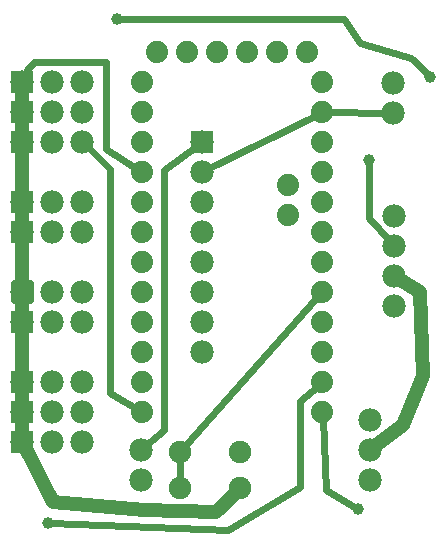
<source format=gbl>
G04 MADE WITH FRITZING*
G04 WWW.FRITZING.ORG*
G04 DOUBLE SIDED*
G04 HOLES PLATED*
G04 CONTOUR ON CENTER OF CONTOUR VECTOR*
%ASAXBY*%
%FSLAX23Y23*%
%MOIN*%
%OFA0B0*%
%SFA1.0B1.0*%
%ADD10C,0.078000*%
%ADD11C,0.039370*%
%ADD12C,0.074000*%
%ADD13C,0.075000*%
%ADD14R,0.078000X0.078000*%
%ADD15C,0.024000*%
%ADD16C,0.048000*%
%ADD17C,0.020000*%
%LNCOPPER0*%
G90*
G70*
G54D10*
X731Y1396D03*
X731Y1296D03*
X731Y1196D03*
X731Y1096D03*
X731Y996D03*
X731Y896D03*
X731Y796D03*
X731Y696D03*
G54D11*
X218Y125D03*
X1250Y173D03*
G54D12*
X1081Y1696D03*
X981Y1696D03*
X881Y1696D03*
X781Y1696D03*
X681Y1696D03*
X581Y1696D03*
X1131Y1596D03*
X1131Y1496D03*
X1131Y1396D03*
X1131Y1296D03*
X1131Y1196D03*
X1016Y1251D03*
X1016Y1151D03*
X1131Y1096D03*
X1131Y996D03*
X1131Y896D03*
X1131Y796D03*
X1131Y696D03*
X1131Y596D03*
X1131Y496D03*
X531Y496D03*
X531Y596D03*
X531Y696D03*
X531Y796D03*
X531Y896D03*
X531Y996D03*
X531Y1096D03*
X531Y1196D03*
X531Y1296D03*
X531Y1396D03*
X531Y1496D03*
X531Y1596D03*
G54D10*
X131Y396D03*
X231Y396D03*
X331Y396D03*
X131Y496D03*
X231Y496D03*
X331Y496D03*
X131Y796D03*
X231Y796D03*
X331Y796D03*
X131Y896D03*
X231Y896D03*
X331Y896D03*
X131Y1096D03*
X231Y1096D03*
X331Y1096D03*
X131Y1496D03*
X231Y1496D03*
X331Y1496D03*
X131Y1396D03*
X231Y1396D03*
X331Y1396D03*
X131Y1596D03*
X231Y1596D03*
X331Y1596D03*
X131Y596D03*
X231Y596D03*
X331Y596D03*
X131Y1196D03*
X231Y1196D03*
X331Y1196D03*
G54D13*
X857Y361D03*
X657Y361D03*
X857Y243D03*
X657Y243D03*
G54D10*
X1368Y1592D03*
X1368Y1492D03*
X1371Y849D03*
X1371Y949D03*
X1371Y1049D03*
X1371Y1149D03*
X527Y368D03*
X527Y268D03*
X1291Y470D03*
X1291Y370D03*
X1291Y270D03*
G54D11*
X448Y1806D03*
X1288Y1334D03*
X1490Y1613D03*
G54D14*
X731Y1396D03*
X131Y396D03*
X131Y496D03*
X131Y796D03*
X131Y1096D03*
X131Y1496D03*
X131Y1396D03*
X131Y1596D03*
X131Y596D03*
X131Y1196D03*
G54D15*
X1113Y1487D02*
X748Y1305D01*
G54D16*
D02*
X1466Y617D02*
X1455Y897D01*
D02*
X1455Y897D02*
X1387Y939D01*
D02*
X1399Y452D02*
X1466Y617D01*
D02*
X1306Y381D02*
X1399Y452D01*
G54D15*
D02*
X541Y381D02*
X602Y437D01*
D02*
X602Y437D02*
X602Y1301D01*
D02*
X602Y1301D02*
X716Y1385D01*
D02*
X1116Y583D02*
X1058Y533D01*
D02*
X1058Y533D02*
X1058Y245D01*
D02*
X1058Y245D02*
X818Y101D01*
D02*
X818Y101D02*
X226Y125D01*
D02*
X1143Y234D02*
X1243Y177D01*
D02*
X1132Y476D02*
X1143Y234D01*
D02*
X138Y1614D02*
X146Y1637D01*
D02*
X146Y1637D02*
X170Y1661D01*
D02*
X170Y1661D02*
X410Y1661D01*
D02*
X410Y1661D02*
X410Y1373D01*
D02*
X410Y1373D02*
X514Y1307D01*
G54D16*
D02*
X537Y168D02*
X778Y163D01*
D02*
X778Y163D02*
X845Y230D01*
D02*
X232Y196D02*
X537Y168D01*
D02*
X139Y379D02*
X232Y196D01*
G54D15*
D02*
X657Y343D02*
X657Y260D01*
D02*
X668Y374D02*
X1118Y881D01*
G54D16*
D02*
X131Y477D02*
X131Y415D01*
D02*
X131Y577D02*
X131Y415D01*
D02*
X131Y615D02*
X131Y777D01*
D02*
X131Y877D02*
X131Y815D01*
D02*
X131Y1077D02*
X131Y915D01*
D02*
X131Y1177D02*
X131Y1115D01*
D02*
X131Y1377D02*
X131Y1215D01*
D02*
X131Y1415D02*
X131Y1477D01*
D02*
X131Y1577D02*
X131Y1515D01*
G54D15*
D02*
X345Y1383D02*
X423Y1307D01*
D02*
X423Y1307D02*
X423Y559D01*
D02*
X423Y559D02*
X514Y507D01*
D02*
X1151Y1496D02*
X1349Y1493D01*
D02*
X842Y1805D02*
X456Y1806D01*
D02*
X1202Y1805D02*
X842Y1805D01*
D02*
X1256Y1727D02*
X1202Y1805D01*
D02*
X1428Y1677D02*
X1256Y1727D01*
D02*
X1485Y1618D02*
X1428Y1677D01*
D02*
X1288Y1326D02*
X1288Y1143D01*
D02*
X1288Y1143D02*
X1359Y1063D01*
G54D17*
X102Y925D02*
X160Y925D01*
X160Y867D01*
X102Y867D01*
X102Y925D01*
D02*
G04 End of Copper0*
M02*
</source>
